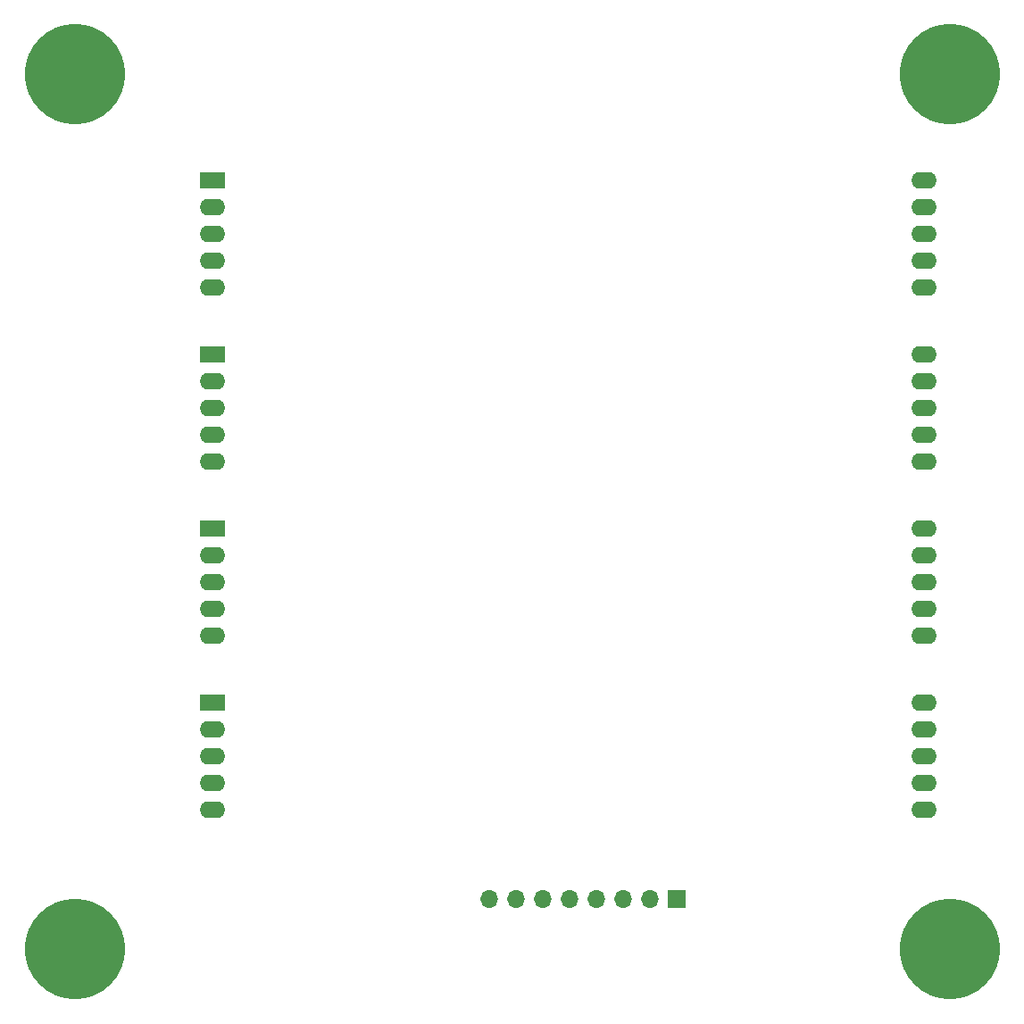
<source format=gbr>
%TF.GenerationSoftware,KiCad,Pcbnew,(6.0.1)*%
%TF.CreationDate,2022-06-12T20:44:29-04:00*%
%TF.ProjectId,MAX7219X4,4d415837-3231-4395-9834-2e6b69636164,1*%
%TF.SameCoordinates,Original*%
%TF.FileFunction,Soldermask,Bot*%
%TF.FilePolarity,Negative*%
%FSLAX46Y46*%
G04 Gerber Fmt 4.6, Leading zero omitted, Abs format (unit mm)*
G04 Created by KiCad (PCBNEW (6.0.1)) date 2022-06-12 20:44:29*
%MOMM*%
%LPD*%
G01*
G04 APERTURE LIST*
%ADD10R,2.400000X1.600000*%
%ADD11O,2.400000X1.600000*%
%ADD12R,1.700000X1.700000*%
%ADD13O,1.700000X1.700000*%
%ADD14C,9.525000*%
G04 APERTURE END LIST*
D10*
%TO.C,BRD4*%
X74045000Y-43025000D03*
D11*
X74045000Y-45565000D03*
X74045000Y-48105000D03*
X74045000Y-50645000D03*
X74045000Y-53185000D03*
X141545000Y-53225000D03*
X141545000Y-50685000D03*
X141545000Y-48145000D03*
X141545000Y-45605000D03*
X141545000Y-43065000D03*
%TD*%
D10*
%TO.C,BRD1*%
X74045000Y-92555000D03*
D11*
X74045000Y-95095000D03*
X74045000Y-97635000D03*
X74045000Y-100175000D03*
X74045000Y-102715000D03*
X141545000Y-102755000D03*
X141545000Y-100215000D03*
X141545000Y-97675000D03*
X141545000Y-95135000D03*
X141545000Y-92595000D03*
%TD*%
D12*
%TO.C,J1*%
X118110000Y-111195000D03*
D13*
X115570000Y-111195000D03*
X113030000Y-111195000D03*
X110490000Y-111195000D03*
X107950000Y-111195000D03*
X105410000Y-111195000D03*
X102870000Y-111195000D03*
X100330000Y-111195000D03*
%TD*%
D14*
%TO.C,MTG4*%
X144000000Y-33000000D03*
%TD*%
%TO.C,MTG1*%
X61000000Y-116000000D03*
%TD*%
D10*
%TO.C,BRD3*%
X74045000Y-59535000D03*
D11*
X74045000Y-62075000D03*
X74045000Y-64615000D03*
X74045000Y-67155000D03*
X74045000Y-69695000D03*
X141545000Y-69735000D03*
X141545000Y-67195000D03*
X141545000Y-64655000D03*
X141545000Y-62115000D03*
X141545000Y-59575000D03*
%TD*%
D14*
%TO.C,MTG2*%
X144000000Y-116000000D03*
%TD*%
D10*
%TO.C,BRD2*%
X74045000Y-76045000D03*
D11*
X74045000Y-78585000D03*
X74045000Y-81125000D03*
X74045000Y-83665000D03*
X74045000Y-86205000D03*
X141545000Y-86245000D03*
X141545000Y-83705000D03*
X141545000Y-81165000D03*
X141545000Y-78625000D03*
X141545000Y-76085000D03*
%TD*%
D14*
%TO.C,MTG3*%
X61000000Y-33000000D03*
%TD*%
M02*

</source>
